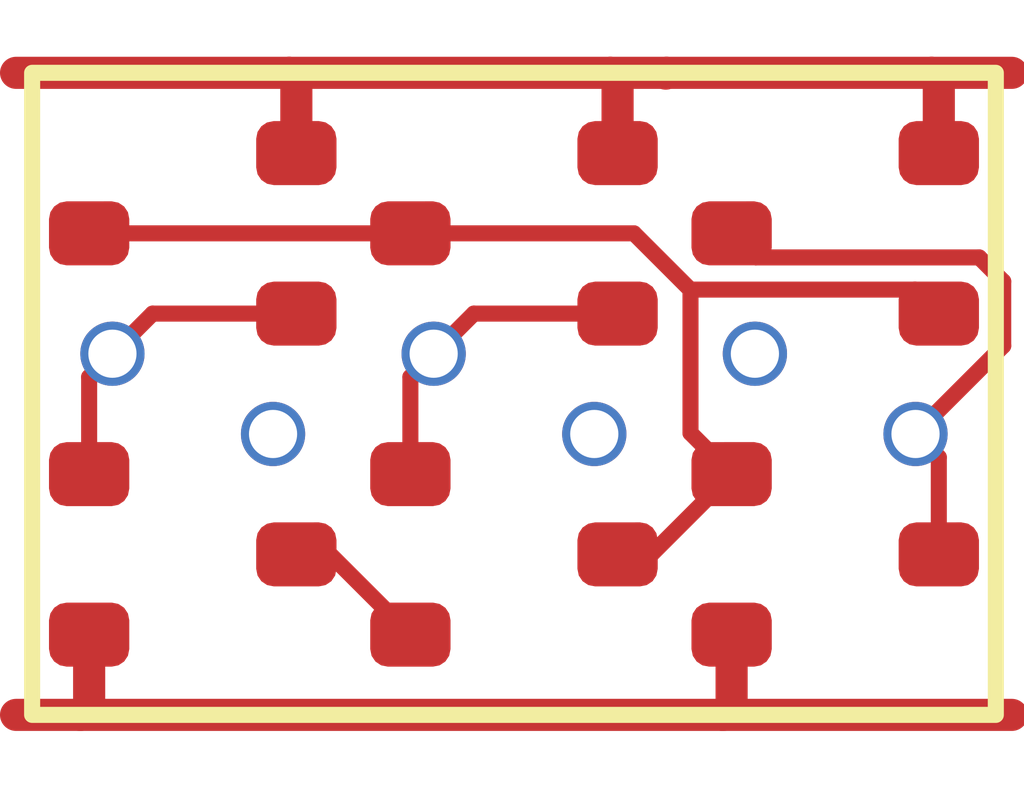
<source format=kicad_pcb>
(kicad_pcb (version 20241229) (generator "pcbnew") (generator_version "9.0")
  (layers (0 "F.Cu" signal) (2 "B.Cu" signal) (13 "F.Paste" user) (15 "B.Paste" user) (5 "F.SilkS" user "F.Silkscreen") (7 "B.SilkS" user "B.Silkscreen") (1 "F.Mask" user) (3 "B.Mask" user) (25 "Edge.Cuts" user))
  (net 0 "")
  (net 1 "Y")
  (net 2 "GND")
  (net 3 "A1")
  (net 4 "VDD")
  (net 5 "nand1.int1")
  (net 6 "A2")
  (net 7 "nY")
  (footprint "RV523:SOT523" (layer "F.Cu") (at 1 3)
    (property "Reference" "nand1.N1" (hide yes))
    (property "Value" "NMOS" (hide yes))
    (pad "1" smd roundrect (at -0.645 -0.5 180) (size 0.5 0.399) (layers "F.Cu" "F.Mask" "F.Paste") (roundrect_rratio 0.275) (net 3 "A1"))
    (pad "2" smd roundrect (at -0.645 0.5 180) (size 0.5 0.399) (layers "F.Cu" "F.Mask" "F.Paste") (roundrect_rratio 0.275) (net 2 "GND"))
    (pad "3" smd roundrect (at 0.645 0 180) (size 0.5 0.399) (layers "F.Cu" "F.Mask" "F.Paste") (roundrect_rratio 0.275) (net 5 "nand1.int1"))
  )
  (footprint "RV523:SOT523" (layer "F.Cu") (at 3 3)
    (property "Reference" "nand1.N2" (hide yes))
    (property "Value" "NMOS" (hide yes))
    (pad "1" smd roundrect (at -0.645 -0.5 180) (size 0.5 0.399) (layers "F.Cu" "F.Mask" "F.Paste") (roundrect_rratio 0.275) (net 6 "A2"))
    (pad "2" smd roundrect (at -0.645 0.5 180) (size 0.5 0.399) (layers "F.Cu" "F.Mask" "F.Paste") (roundrect_rratio 0.275) (net 5 "nand1.int1"))
    (pad "3" smd roundrect (at 0.645 0 180) (size 0.5 0.399) (layers "F.Cu" "F.Mask" "F.Paste") (roundrect_rratio 0.275) (net 7 "nY"))
  )
  (footprint "RV523:SOT523" (layer "F.Cu") (at 1 1 180)
    (property "Reference" "nand1.P1" (hide yes))
    (property "Value" "PMOS" (hide yes))
    (pad "1" smd roundrect (at -0.645 -0.5) (size 0.5 0.399) (layers "F.Cu" "F.Mask" "F.Paste") (roundrect_rratio 0.275) (net 3 "A1"))
    (pad "2" smd roundrect (at -0.645 0.5) (size 0.5 0.399) (layers "F.Cu" "F.Mask" "F.Paste") (roundrect_rratio 0.275) (net 4 "VDD"))
    (pad "3" smd roundrect (at 0.645 0) (size 0.5 0.399) (layers "F.Cu" "F.Mask" "F.Paste") (roundrect_rratio 0.275) (net 7 "nY"))
  )
  (footprint "RV523:SOT523" (layer "F.Cu") (at 5 3)
    (property "Reference" "not1.N1" (hide yes))
    (property "Value" "NMOS" (hide yes))
    (pad "1" smd roundrect (at -0.645 -0.5 180) (size 0.5 0.399) (layers "F.Cu" "F.Mask" "F.Paste") (roundrect_rratio 0.275) (net 7 "nY"))
    (pad "2" smd roundrect (at -0.645 0.5 180) (size 0.5 0.399) (layers "F.Cu" "F.Mask" "F.Paste") (roundrect_rratio 0.275) (net 2 "GND"))
    (pad "3" smd roundrect (at 0.645 0 180) (size 0.5 0.399) (layers "F.Cu" "F.Mask" "F.Paste") (roundrect_rratio 0.275) (net 1 "Y"))
  )
  (footprint "RV523:SOT523" (layer "F.Cu") (at 5 1 180)
    (property "Reference" "not1.P1" (hide yes))
    (property "Value" "PMOS" (hide yes))
    (pad "1" smd roundrect (at -0.645 -0.5) (size 0.5 0.399) (layers "F.Cu" "F.Mask" "F.Paste") (roundrect_rratio 0.275) (net 7 "nY"))
    (pad "2" smd roundrect (at -0.645 0.5) (size 0.5 0.399) (layers "F.Cu" "F.Mask" "F.Paste") (roundrect_rratio 0.275) (net 4 "VDD"))
    (pad "3" smd roundrect (at 0.645 0) (size 0.5 0.399) (layers "F.Cu" "F.Mask" "F.Paste") (roundrect_rratio 0.275) (net 1 "Y"))
  )
  (footprint "RV523:SOT523" (layer "F.Cu") (at 3 1 180)
    (property "Reference" "nand1.P2" (hide yes))
    (property "Value" "PMOS" (hide yes))
    (pad "1" smd roundrect (at -0.645 -0.5) (size 0.5 0.399) (layers "F.Cu" "F.Mask" "F.Paste") (roundrect_rratio 0.275) (net 6 "A2"))
    (pad "2" smd roundrect (at -0.645 0.5) (size 0.5 0.399) (layers "F.Cu" "F.Mask" "F.Paste") (roundrect_rratio 0.275) (net 4 "VDD"))
    (pad "3" smd roundrect (at 0.645 0) (size 0.5 0.399) (layers "F.Cu" "F.Mask" "F.Paste") (roundrect_rratio 0.275) (net 7 "nY"))
  )
  (gr_rect (start 0 0) (end 6 4) (stroke (width 0.1)) (fill no) (layer "F.SilkS"))
  (via (at 1.5 2.25) (size 0.4) (drill 0.3) (layers "F.Cu" "B.Cu") (net 0))
  (via (at 4.5 1.75) (size 0.4) (drill 0.3) (layers "F.Cu" "B.Cu") (net 0))
  (via (at 3.5 2.25) (size 0.4) (drill 0.3) (layers "F.Cu" "B.Cu") (net 0))
  (segment (start 6.046 1.299188) (end 6.046 1.700812) (width 0.1) (layer "F.Cu") (net 1))
  (segment (start 6.046 1.700812) (end 5.5 2.246812) (width 0.1) (layer "F.Cu") (net 1))
  (segment (start 5.645 3) (end 5.645 2.395) (width 0.1) (layer "F.Cu") (net 1))
  (segment (start 5.5 2.246812) (end 5.5 2.25) (width 0.1) (layer "F.Cu") (net 1))
  (segment (start 4.505 1.15) (end 5.896812 1.15) (width 0.1) (layer "F.Cu") (net 1))
  (segment (start 4.355 1) (end 4.505 1.15) (width 0.1) (layer "F.Cu") (net 1))
  (segment (start 5.645 2.395) (end 5.5 2.25) (width 0.1) (layer "F.Cu") (net 1))
  (segment (start 5.896812 1.15) (end 6.046 1.299188) (width 0.1) (layer "F.Cu") (net 1))
  (via (at 5.5 2.25) (size 0.4) (drill 0.3) (layers "F.Cu" "B.Cu") (net 1))
  (segment (start 0.355 3.5) (end 0.355 3.945) (width 0.2) (layer "F.Cu") (net 2))
  (segment (start 4.3 4) (end 6.1 4) (width 0.2) (layer "F.Cu") (net 2))
  (segment (start 0.3 4) (end 4.3 4) (width 0.2) (layer "F.Cu") (net 2))
  (segment (start 4.355 3.5) (end 4.355 3.945) (width 0.2) (layer "F.Cu") (net 2))
  (segment (start 0.355 3.945) (end 0.3 4) (width 0.2) (layer "F.Cu") (net 2))
  (segment (start 0.3 4) (end -0.1 4) (width 0.2) (layer "F.Cu") (net 2))
  (segment (start 4.355 3.945) (end 4.3 4) (width 0.2) (layer "F.Cu") (net 2))
  (segment (start 0.75 1.5) (end 0.5 1.75) (width 0.1) (layer "F.Cu") (net 3))
  (segment (start 1.645 1.5) (end 0.75 1.5) (width 0.1) (layer "F.Cu") (net 3))
  (segment (start 0.355 1.895) (end 0.5 1.75) (width 0.1) (layer "F.Cu") (net 3))
  (segment (start 0.355 2.5) (end 0.355 1.895) (width 0.1) (layer "F.Cu") (net 3))
  (via (at 0.5 1.75) (size 0.4) (drill 0.3) (layers "F.Cu" "B.Cu") (net 3))
  (segment (start 3.645 0.045) (end 3.6 0) (width 0.2) (layer "F.Cu") (net 4))
  (segment (start 1.645 0.5) (end 1.645 0.045) (width 0.2) (layer "F.Cu") (net 4))
  (segment (start 5.645 0.5) (end 5.645 0.045) (width 0.2) (layer "F.Cu") (net 4))
  (segment (start 1.645 0.045) (end 1.6 0) (width 0.2) (layer "F.Cu") (net 4))
  (segment (start 5.6 0) (end 3.95 0) (width 0.2) (layer "F.Cu") (net 4))
  (segment (start 3.6 0) (end 1.6 0) (width 0.2) (layer "F.Cu") (net 4))
  (segment (start 3.95 0) (end 3.6 0) (width 0.2) (layer "F.Cu") (net 4))
  (segment (start 3.645 0.5) (end 3.645 0.045) (width 0.2) (layer "F.Cu") (net 4))
  (segment (start 6.1 0) (end 5.6 0) (width 0.2) (layer "F.Cu") (net 4))
  (segment (start 1.6 0) (end -0.1 0) (width 0.2) (layer "F.Cu") (net 4))
  (segment (start 3.945 0.005) (end 3.95 0) (width 0.2) (layer "F.Cu") (net 4))
  (segment (start 5.645 0.045) (end 5.6 0) (width 0.2) (layer "F.Cu") (net 4))
  (segment (start 1.855 3) (end 2.355 3.5) (width 0.1) (layer "F.Cu") (net 5))
  (segment (start 1.645 3) (end 1.855 3) (width 0.1) (layer "F.Cu") (net 5))
  (segment (start 3.645 1.5) (end 2.75 1.5) (width 0.1) (layer "F.Cu") (net 6))
  (segment (start 2.355 1.895) (end 2.5 1.75) (width 0.1) (layer "F.Cu") (net 6))
  (segment (start 2.355 2.5) (end 2.355 1.895) (width 0.1) (layer "F.Cu") (net 6))
  (segment (start 2.75 1.5) (end 2.5 1.75) (width 0.1) (layer "F.Cu") (net 6))
  (via (at 2.5 1.75) (size 0.4) (drill 0.3) (layers "F.Cu" "B.Cu") (net 6))
  (segment (start 0.355 1) (end 2.355 1) (width 0.1) (layer "F.Cu") (net 7))
  (segment (start 5.4955 1.3505) (end 5.645 1.5) (width 0.1) (layer "F.Cu") (net 7))
  (segment (start 4.099 1.352188) (end 4.100688 1.3505) (width 0.1) (layer "F.Cu") (net 7))
  (segment (start 3.746812 1) (end 4.099 1.352188) (width 0.1) (layer "F.Cu") (net 7))
  (segment (start 2.355 1) (end 3.746812 1) (width 0.1) (layer "F.Cu") (net 7))
  (segment (start 3.855 3) (end 4.355 2.5) (width 0.1) (layer "F.Cu") (net 7))
  (segment (start 3.645 3) (end 3.855 3) (width 0.1) (layer "F.Cu") (net 7))
  (segment (start 4.100688 1.3505) (end 5.4955 1.3505) (width 0.1) (layer "F.Cu") (net 7))
  (segment (start 4.099 1.352188) (end 4.099 2.244) (width 0.1) (layer "F.Cu") (net 7))
  (segment (start 4.099 2.244) (end 4.355 2.5) (width 0.1) (layer "F.Cu") (net 7))
)
</source>
